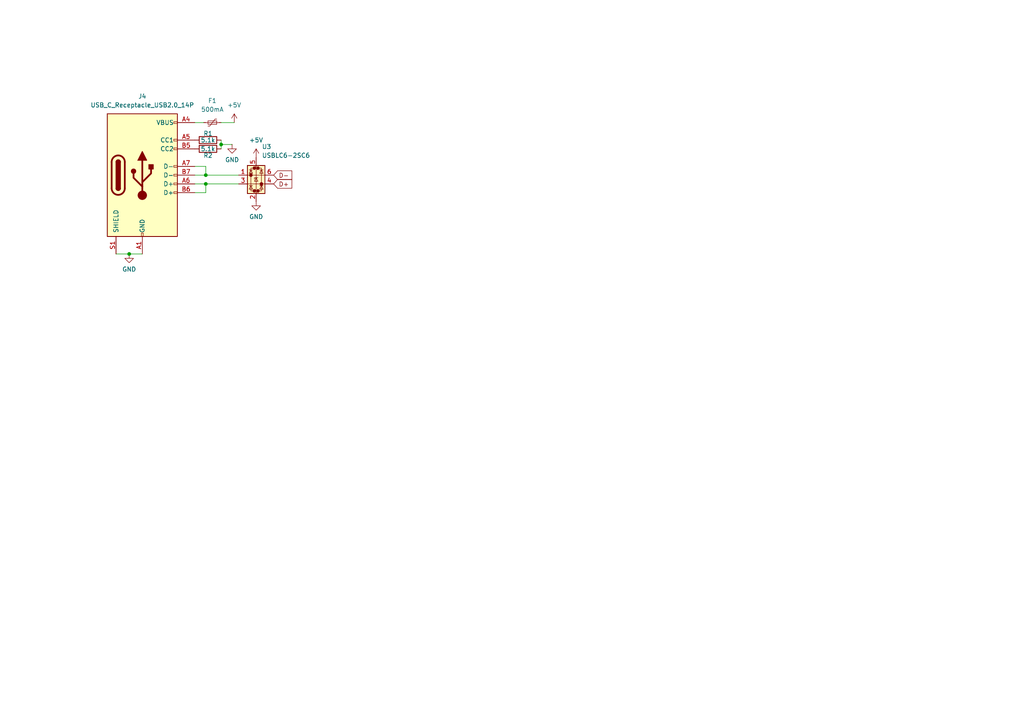
<source format=kicad_sch>
(kicad_sch (version 20250114) (generator "eeschema") (generator_version "9.0")
  (paper "A4")
  (lib_symbols
    (symbol "Connector:USB_C_Receptacle_USB2.0_14P" (pin_names (offset 1.016))
      (property "Reference" "J" (at 0 22.225 0))
      (property "Value" "USB_C_Receptacle_USB2.0_14P" (at 0 19.685 0))
      (symbol "USB_C_Receptacle_USB2.0_14P_0_0"
        (rectangle (start -0.254 -17.78) (end 0.254 -16.764))
        (rectangle (start 10.16 15.494) (end 9.144 14.986))
        (rectangle (start 10.16 10.414) (end 9.144 9.906))
        (rectangle (start 10.16 7.874) (end 9.144 7.366))
        (rectangle (start 10.16 2.794) (end 9.144 2.286))
        (rectangle (start 10.16 0.254) (end 9.144 -0.254))
        (rectangle (start 10.16 -2.286) (end 9.144 -2.794))
        (rectangle (start 10.16 -4.826) (end 9.144 -5.334))
      )
      (symbol "USB_C_Receptacle_USB2.0_14P_0_1"
        (rectangle (start -10.16 17.78) (end 10.16 -17.78) (stroke (width 0.254)) (fill (type background)))
        (polyline (pts (xy -8.89 -3.81) (xy -8.89 3.81)) (stroke (width 0.508)))
        (rectangle (start -7.62 -3.81) (end -6.35 3.81) (stroke (width 0.254)) (fill (type outline)))
        (arc (start -7.62 3.81) (mid -6.985 4.4423) (end -6.35 3.81) (stroke (width 0.254)))
        (arc (start -7.62 3.81) (mid -6.985 4.4423) (end -6.35 3.81) (stroke (width 0.254)) (fill (type outline)))
        (arc (start -8.89 3.81) (mid -6.985 5.7067) (end -5.08 3.81) (stroke (width 0.508)))
        (arc (start -5.08 -3.81) (mid -6.985 -5.7067) (end -8.89 -3.81) (stroke (width 0.508)))
        (arc (start -6.35 -3.81) (mid -6.985 -4.4423) (end -7.62 -3.81) (stroke (width 0.254)))
        (arc (start -6.35 -3.81) (mid -6.985 -4.4423) (end -7.62 -3.81) (stroke (width 0.254)) (fill (type outline)))
        (polyline (pts (xy -5.08 3.81) (xy -5.08 -3.81)) (stroke (width 0.508)))
        (circle (center -2.54 1.143) (radius 0.635) (stroke (width 0.254)) (fill (type outline)))
        (polyline (pts (xy -1.27 4.318) (xy 0 6.858) (xy 1.27 4.318) (xy -1.27 4.318)) (stroke (width 0.254)) (fill (type outline)))
        (polyline (pts (xy 0 -2.032) (xy 2.54 0.508) (xy 2.54 1.778)) (stroke (width 0.508)))
        (polyline (pts (xy 0 -3.302) (xy -2.54 -0.762) (xy -2.54 0.508)) (stroke (width 0.508)))
        (polyline (pts (xy 0 -5.842) (xy 0 4.318)) (stroke (width 0.508)))
        (circle (center 0 -5.842) (radius 1.27) (fill (type outline)))
        (rectangle (start 1.905 1.778) (end 3.175 3.048) (stroke (width 0.254)) (fill (type outline)))
      )
      (symbol "USB_C_Receptacle_USB2.0_14P_1_1"
        (pin passive line (at -7.62 -22.86 90) (length 5.08) (name "SHIELD") (number "S1"))
        (pin passive line (at 0 -22.86 90) (length 5.08) (name "GND") (number "A1"))
        (pin passive line (at 0 -22.86 90) (length 5.08) (hide yes) (name "GND") (number "A12"))
        (pin passive line (at 0 -22.86 90) (length 5.08) (hide yes) (name "GND") (number "B1"))
        (pin passive line (at 0 -22.86 90) (length 5.08) (hide yes) (name "GND") (number "B12"))
        (pin passive line (at 15.24 15.24 180) (length 5.08) (name "VBUS") (number "A4"))
        (pin passive line (at 15.24 15.24 180) (length 5.08) (hide yes) (name "VBUS") (number "A9"))
        (pin passive line (at 15.24 15.24 180) (length 5.08) (hide yes) (name "VBUS") (number "B4"))
        (pin passive line (at 15.24 15.24 180) (length 5.08) (hide yes) (name "VBUS") (number "B9"))
        (pin bidirectional line (at 15.24 10.16 180) (length 5.08) (name "CC1") (number "A5"))
        (pin bidirectional line (at 15.24 7.62 180) (length 5.08) (name "CC2") (number "B5"))
        (pin bidirectional line (at 15.24 2.54 180) (length 5.08) (name "D-") (number "A7"))
        (pin bidirectional line (at 15.24 0 180) (length 5.08) (name "D-") (number "B7"))
        (pin bidirectional line (at 15.24 -2.54 180) (length 5.08) (name "D+") (number "A6"))
        (pin bidirectional line (at 15.24 -5.08 180) (length 5.08) (name "D+") (number "B6"))
      )
    )
    (symbol "Device:Polyfuse_Small" (pin_numbers (hide yes)) (pin_names (offset 0))
      (property "Reference" "F" (at -1.905 0 90))
      (property "Value" "Polyfuse_Small" (at 1.905 0 90))
      (symbol "Polyfuse_Small_0_1"
        (polyline (pts (xy -1.016 1.27) (xy -1.016 0.762) (xy 1.016 -0.762) (xy 1.016 -1.27)))
        (rectangle (start -0.508 1.27) (end 0.508 -1.27))
        (polyline (pts (xy 0 2.54) (xy 0 -2.54)))
      )
      (symbol "Polyfuse_Small_1_1"
        (pin passive line (at 0 2.54 270) (length 0.635) (name "~") (number "1"))
        (pin passive line (at 0 -2.54 90) (length 0.635) (name "~") (number "2"))
      )
    )
    (symbol "Device:R" (pin_numbers (hide yes)) (pin_names (offset 0))
      (property "Reference" "R" (at 2.032 0 90))
      (property "Value" "R" (at 0 0 90))
      (symbol "R_0_1"
        (rectangle (start -1.016 -2.54) (end 1.016 2.54) (stroke (width 0.254)))
      )
      (symbol "R_1_1"
        (pin passive line (at 0 3.81 270) (length 1.27) (name "~") (number "1"))
        (pin passive line (at 0 -3.81 90) (length 1.27) (name "~") (number "2"))
      )
    )
    (symbol "Power_Protection:USBLC6-2SC6" (pin_names (hide yes))
      (property "Reference" "U" (at 0.635 5.715 0))
      (property "Value" "USBLC6-2SC6" (at 0.635 3.81 0))
      (symbol "USBLC6-2SC6_0_0"
        (circle (center -1.524 0) (radius 0.0001) (stroke (width 0.508)))
        (circle (center -0.508 2.032) (radius 0.0001) (stroke (width 0.508)))
        (circle (center -0.508 -4.572) (radius 0.0001) (stroke (width 0.508)))
        (circle (center 0.508 2.032) (radius 0.0001) (stroke (width 0.508)))
        (circle (center 0.508 -4.572) (radius 0.0001) (stroke (width 0.508)))
        (circle (center 1.524 -2.54) (radius 0.0001) (stroke (width 0.508)))
      )
      (symbol "USBLC6-2SC6_0_1"
        (polyline (pts (xy -2.54 0) (xy 2.54 0)))
        (polyline (pts (xy -2.54 -2.54) (xy 2.54 -2.54)))
        (polyline (pts (xy -2.032 0.508) (xy -1.016 0.508) (xy -1.524 1.524) (xy -2.032 0.508)))
        (polyline (pts (xy -2.032 -3.048) (xy -1.016 -3.048)))
        (polyline (pts (xy -1.016 1.524) (xy -2.032 1.524)))
        (polyline (pts (xy -1.016 -4.064) (xy -2.032 -4.064) (xy -1.524 -3.048) (xy -1.016 -4.064)))
        (polyline (pts (xy -0.508 -1.143) (xy -0.508 -0.762) (xy 0.508 -0.762)))
        (polyline (pts (xy 0 2.54) (xy -0.508 2.032) (xy 0.508 2.032) (xy 0 1.524) (xy 0 -4.064) (xy -0.508 -4.572) (xy 0.508 -4.572) (xy 0 -5.08)))
        (polyline (pts (xy 0.508 -1.778) (xy -0.508 -1.778) (xy 0 -0.762) (xy 0.508 -1.778)))
        (polyline (pts (xy 1.016 1.524) (xy 2.032 1.524)))
        (polyline (pts (xy 1.016 -3.048) (xy 2.032 -3.048)))
        (polyline (pts (xy 2.032 0.508) (xy 1.016 0.508) (xy 1.524 1.524) (xy 2.032 0.508)))
        (polyline (pts (xy 2.032 -4.064) (xy 1.016 -4.064) (xy 1.524 -3.048) (xy 2.032 -4.064)))
      )
      (symbol "USBLC6-2SC6_1_1"
        (rectangle (start -2.54 2.794) (end 2.54 -5.334) (stroke (width 0.254)) (fill (type background)))
        (polyline (pts (xy -0.508 2.032) (xy -1.524 2.032) (xy -1.524 -4.572) (xy -0.508 -4.572)))
        (polyline (pts (xy 0.508 -4.572) (xy 1.524 -4.572) (xy 1.524 2.032) (xy 0.508 2.032)))
        (pin passive line (at -5.08 0 0) (length 2.54) (name "I/O1") (number "1"))
        (pin passive line (at -5.08 -2.54 0) (length 2.54) (name "I/O2") (number "3"))
        (pin passive line (at 0 5.08 270) (length 2.54) (name "VBUS") (number "5"))
        (pin passive line (at 0 -7.62 90) (length 2.54) (name "GND") (number "2"))
        (pin passive line (at 5.08 0 180) (length 2.54) (name "I/O1") (number "6"))
        (pin passive line (at 5.08 -2.54 180) (length 2.54) (name "I/O2") (number "4"))
      )
    )
    (symbol "power:+5V" (power) (pin_numbers (hide yes)) (pin_names (offset 0) (hide yes))
      (property "Value" "+5V" (at 0 3.556 0))
      (symbol "+5V_0_1"
        (polyline (pts (xy -0.762 1.27) (xy 0 2.54)))
        (polyline (pts (xy 0 2.54) (xy 0.762 1.27)))
        (polyline (pts (xy 0 0) (xy 0 2.54)))
      )
      (symbol "+5V_1_1"
        (pin power_in line (at 0 0 90) (length 0) (name "~") (number "1"))
      )
    )
    (symbol "power:GND" (power) (pin_numbers (hide yes)) (pin_names (offset 0) (hide yes))
      (property "Value" "GND" (at 0 -3.81 0))
      (symbol "GND_0_1"
        (polyline (pts (xy 0 0) (xy 0 -1.27) (xy 1.27 -1.27) (xy 0 -2.54) (xy -1.27 -1.27) (xy 0 -1.27)))
      )
      (symbol "GND_1_1"
        (pin power_in line (at 0 0 270) (length 0) (name "~") (number "1"))
      )
    )
  )
  (junction (at 37.465 73.66))
  (junction (at 59.69 53.34))
  (junction (at 64.135 41.91))
  (junction (at 59.69 50.8))
  (wire (pts (xy 37.465 73.66) (xy 41.275 73.66)))
  (wire (pts (xy 67.31 41.91) (xy 64.135 41.91)))
  (wire (pts (xy 59.69 50.8) (xy 69.215 50.8)))
  (wire (pts (xy 59.69 55.88) (xy 59.69 53.34)))
  (wire (pts (xy 56.515 53.34) (xy 59.69 53.34)))
  (wire (pts (xy 64.135 41.91) (xy 64.135 40.64)))
  (wire (pts (xy 59.69 50.8) (xy 59.69 48.26)))
  (wire (pts (xy 64.135 35.56) (xy 67.945 35.56)))
  (wire (pts (xy 64.135 41.91) (xy 64.135 43.18)))
  (wire (pts (xy 56.515 50.8) (xy 59.69 50.8)))
  (wire (pts (xy 33.655 73.66) (xy 37.465 73.66)))
  (wire (pts (xy 56.515 55.88) (xy 59.69 55.88)))
  (wire (pts (xy 59.69 48.26) (xy 56.515 48.26)))
  (wire (pts (xy 56.515 35.56) (xy 59.055 35.56)))
  (wire (pts (xy 59.69 53.34) (xy 69.215 53.34)))
  (global_label "D+" (shape input) (at 79.375 53.34 0) (property "Intersheetrefs" "${INTERSHEET_REFS}" (effects (hide yes))))
  (global_label "D-" (shape input) (at 79.375 50.8 0) (property "Intersheetrefs" "${INTERSHEET_REFS}" (effects (hide yes))))
  (symbol (lib_id "power:GND") (at 37.465 73.66 0) (unit 1)
    (property "Reference" "#PWR023" (effects (hide yes)))
    (property "Value" "GND" (at 37.465 78.105 0))
    (property "Description" "Power symbol creates a global label with name \"GND\" , ground" (effects (hide yes)))
  )
  (symbol (lib_id "Device:Polyfuse_Small") (at 61.595 35.56 90) (unit 1)
    (property "Reference" "F1" (at 61.595 29.21 90))
    (property "Value" "500mA" (at 61.595 31.75 90))
    (property "Footprint" "Fuse:Fuse_0805_2012Metric" (effects (hide yes)))
    (property "Description" "Resettable fuse, polymeric positive temperature coefficient, small symbol" (effects (hide yes)))
  )
  (symbol (lib_id "power:GND") (at 67.31 41.91 0) (unit 1)
    (property "Reference" "#PWR021" (effects (hide yes)))
    (property "Value" "GND" (at 67.31 46.355 0))
    (property "Description" "Power symbol creates a global label with name \"GND\" , ground" (effects (hide yes)))
  )
  (symbol (lib_id "Power_Protection:USBLC6-2SC6") (at 74.295 50.8 0) (unit 1)
    (property "Reference" "U3" (at 75.9461 42.545 0) (effects (justify left)))
    (property "Value" "USBLC6-2SC6" (at 75.9461 45.085 0) (effects (justify left)))
    (property "Footprint" "Package_TO_SOT_SMD:SOT-23-6" (effects (hide yes)))
    (property "Datasheet" "https://www.st.com/resource/en/datasheet/usblc6-2.pdf" (effects (hide yes)))
    (property "Description" "Very low capacitance ESD protection diode, 2 data-line, SOT-23-6" (effects (hide yes)))
  )
  (symbol (lib_id "Device:R") (at 60.325 40.64 270) (unit 1)
    (property "Reference" "R1" (at 60.325 38.735 90))
    (property "Value" "5.1k" (at 60.325 40.64 90))
    (property "Footprint" "Resistor_SMD:R_0603_1608Metric" (effects (hide yes)))
    (property "Description" "Resistor" (effects (hide yes)))
  )
  (symbol (lib_id "power:+5V") (at 67.945 35.56 0) (unit 1)
    (property "Reference" "#PWR020" (effects (hide yes)))
    (property "Value" "+5V" (at 67.945 30.48 0))
    (property "Description" "Power symbol creates a global label with name \"+5V\"" (effects (hide yes)))
  )
  (symbol (lib_id "power:+5V") (at 74.295 45.72 0) (unit 1)
    (property "Reference" "#PWR022" (effects (hide yes)))
    (property "Value" "+5V" (at 74.295 40.64 0))
    (property "Description" "Power symbol creates a global label with name \"+5V\"" (effects (hide yes)))
  )
  (symbol (lib_id "Connector:USB_C_Receptacle_USB2.0_14P") (at 41.275 50.8 0) (unit 1)
    (property "Reference" "J4" (at 41.275 27.94 0))
    (property "Value" "USB_C_Receptacle_USB2.0_14P" (at 41.275 30.48 0))
    (property "Footprint" "Connector_USB:USB_C_Receptacle_G-Switch_GT-USB-7010ASV" (effects (hide yes)))
    (property "Datasheet" "https://www.usb.org/sites/default/files/documents/usb_type-c.zip" (effects (hide yes)))
    (property "Description" "USB 2.0-only 14P Type-C Receptacle connector" (effects (hide yes)))
  )
  (symbol (lib_id "Device:R") (at 60.325 43.18 270) (unit 1)
    (property "Reference" "R2" (at 60.325 45.085 90))
    (property "Value" "5.1k" (at 60.325 43.18 90))
    (property "Footprint" "Resistor_SMD:R_0603_1608Metric" (effects (hide yes)))
    (property "Description" "Resistor" (effects (hide yes)))
  )
  (symbol (lib_id "power:GND") (at 74.295 58.42 0) (unit 1)
    (property "Reference" "#PWR024" (effects (hide yes)))
    (property "Value" "GND" (at 74.295 62.865 0))
    (property "Description" "Power symbol creates a global label with name \"GND\" , ground" (effects (hide yes)))
  )
)
</source>
